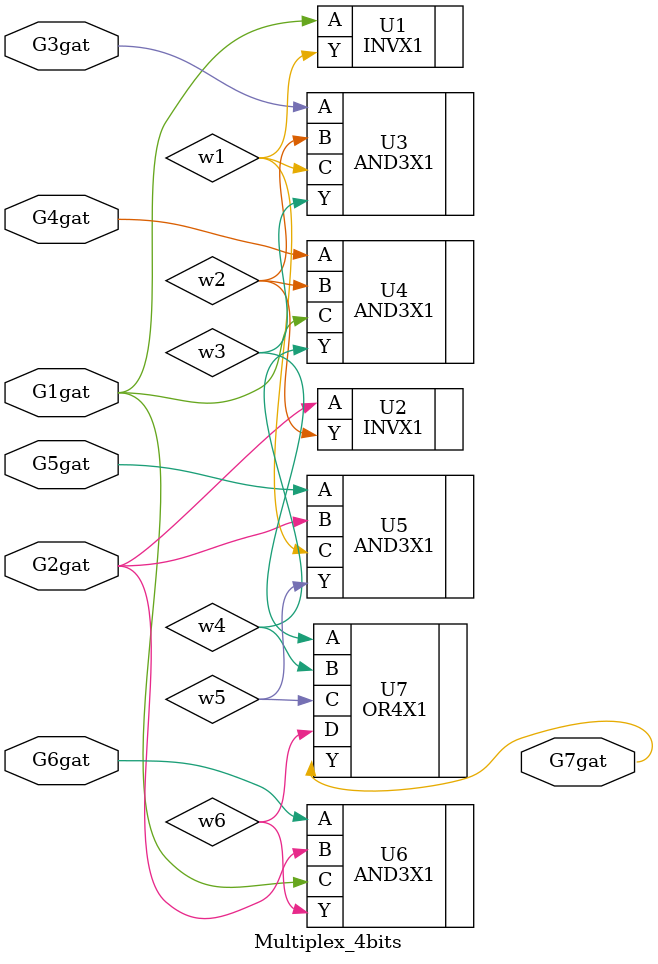
<source format=v>
module Multiplex_4bits (
    G1gat, G2gat, G3gat, G4gat, G5gat, G6gat, G7gat );
  input  G1gat, G2gat, G3gat, G4gat, G5gat, G6gat;
  output G7gat ;
  wire w1, w2, w3, w4, w5, w6;

  INVX1     U1(.A(G1gat), .Y(w1));
  INVX1     U2(.A(G2gat), .Y(w2));
  AND3X1    U3(.A(G3gat), .B(w2), .C(w1), .Y(w3));
  AND3X1    U4(.A(G4gat), .B(w2), .C(G1gat), .Y(w4));
  AND3X1    U5(.A(G5gat), .B(G2gat), .C(w1), .Y(w5));
  AND3X1    U6(.A(G6gat), .B(G2gat), .C(G1gat), .Y(w6));
  OR4X1     U7(.A(w3), .B(w4), .C(w5), .D(w6), .Y(G7gat));

endmodule



</source>
